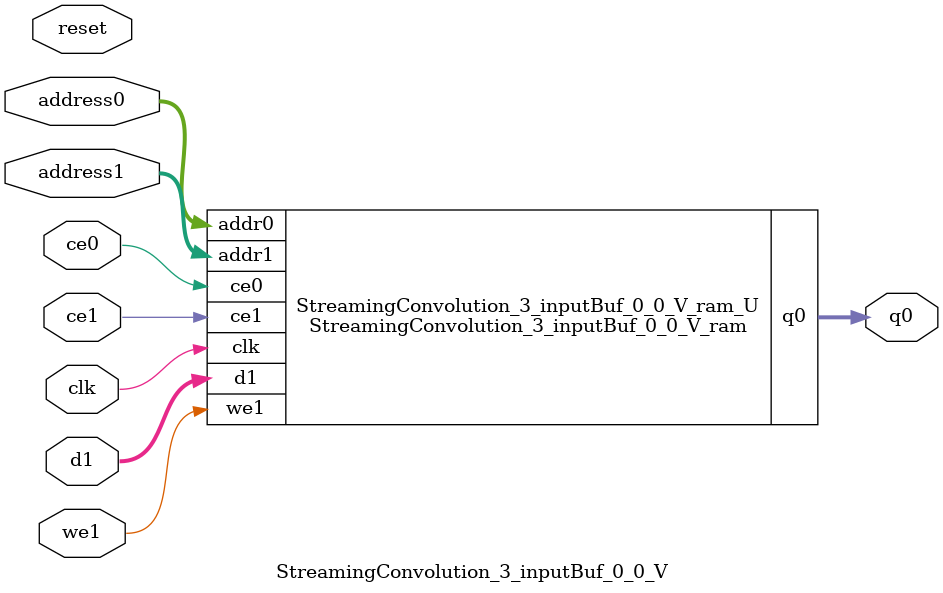
<source format=v>
`timescale 1 ns / 1 ps
module StreamingConvolution_3_inputBuf_0_0_V_ram (addr0, ce0, q0, addr1, ce1, d1, we1,  clk);

parameter DWIDTH = 256;
parameter AWIDTH = 2;
parameter MEM_SIZE = 3;

input[AWIDTH-1:0] addr0;
input ce0;
output reg[DWIDTH-1:0] q0;
input[AWIDTH-1:0] addr1;
input ce1;
input[DWIDTH-1:0] d1;
input we1;
input clk;

reg [DWIDTH-1:0] ram[0:MEM_SIZE-1];




always @(posedge clk)  
begin 
    if (ce0) 
    begin
        q0 <= ram[addr0];
    end
end


always @(posedge clk)  
begin 
    if (ce1) 
    begin
        if (we1) 
        begin 
            ram[addr1] <= d1; 
        end 
    end
end


endmodule

`timescale 1 ns / 1 ps
module StreamingConvolution_3_inputBuf_0_0_V(
    reset,
    clk,
    address0,
    ce0,
    q0,
    address1,
    ce1,
    we1,
    d1);

parameter DataWidth = 32'd256;
parameter AddressRange = 32'd3;
parameter AddressWidth = 32'd2;
input reset;
input clk;
input[AddressWidth - 1:0] address0;
input ce0;
output[DataWidth - 1:0] q0;
input[AddressWidth - 1:0] address1;
input ce1;
input we1;
input[DataWidth - 1:0] d1;



StreamingConvolution_3_inputBuf_0_0_V_ram StreamingConvolution_3_inputBuf_0_0_V_ram_U(
    .clk( clk ),
    .addr0( address0 ),
    .ce0( ce0 ),
    .q0( q0 ),
    .addr1( address1 ),
    .ce1( ce1 ),
    .we1( we1 ),
    .d1( d1 ));

endmodule


</source>
